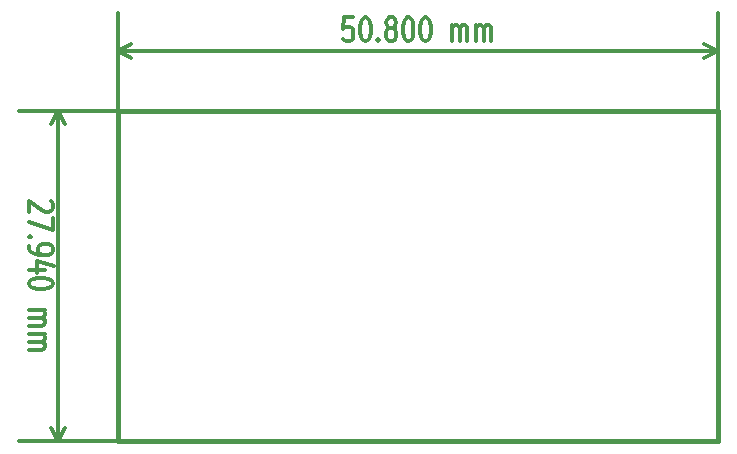
<source format=gbr>
G04 (created by PCBNEW-RS274X (2011-nov-30)-testing) date Wed 18 Jul 2012 12:41:25 AM CEST*
%MOIN*%
G04 Gerber Fmt 3.4, Leading zero omitted, Abs format*
%FSLAX34Y34*%
G01*
G70*
G90*
G04 APERTURE LIST*
%ADD10C,0.006*%
%ADD11C,0.012*%
%ADD12C,0.015*%
G04 APERTURE END LIST*
G54D10*
G54D11*
X-2739Y7485D02*
X-2701Y7456D01*
X-2663Y7399D01*
X-2663Y7256D01*
X-2701Y7199D01*
X-2739Y7170D01*
X-2815Y7142D01*
X-2891Y7142D01*
X-3006Y7170D01*
X-3463Y7513D01*
X-3463Y7142D01*
X-2663Y6942D02*
X-2663Y6542D01*
X-3463Y6799D01*
X-3387Y6314D02*
X-3425Y6286D01*
X-3463Y6314D01*
X-3425Y6343D01*
X-3387Y6314D01*
X-3463Y6314D01*
X-3463Y6000D02*
X-3463Y5885D01*
X-3425Y5828D01*
X-3387Y5800D01*
X-3272Y5742D01*
X-3120Y5714D01*
X-2815Y5714D01*
X-2739Y5742D01*
X-2701Y5771D01*
X-2663Y5828D01*
X-2663Y5942D01*
X-2701Y6000D01*
X-2739Y6028D01*
X-2815Y6057D01*
X-3006Y6057D01*
X-3082Y6028D01*
X-3120Y6000D01*
X-3158Y5942D01*
X-3158Y5828D01*
X-3120Y5771D01*
X-3082Y5742D01*
X-3006Y5714D01*
X-2929Y5200D02*
X-3463Y5200D01*
X-2625Y5343D02*
X-3196Y5486D01*
X-3196Y5114D01*
X-2663Y4772D02*
X-2663Y4715D01*
X-2701Y4658D01*
X-2739Y4629D01*
X-2815Y4600D01*
X-2968Y4572D01*
X-3158Y4572D01*
X-3310Y4600D01*
X-3387Y4629D01*
X-3425Y4658D01*
X-3463Y4715D01*
X-3463Y4772D01*
X-3425Y4829D01*
X-3387Y4858D01*
X-3310Y4886D01*
X-3158Y4915D01*
X-2968Y4915D01*
X-2815Y4886D01*
X-2739Y4858D01*
X-2701Y4829D01*
X-2663Y4772D01*
X-3463Y3858D02*
X-2929Y3858D01*
X-3006Y3858D02*
X-2968Y3830D01*
X-2929Y3772D01*
X-2929Y3687D01*
X-2968Y3630D01*
X-3044Y3601D01*
X-3463Y3601D01*
X-3044Y3601D02*
X-2968Y3572D01*
X-2929Y3515D01*
X-2929Y3430D01*
X-2968Y3372D01*
X-3044Y3344D01*
X-3463Y3344D01*
X-3463Y3058D02*
X-2929Y3058D01*
X-3006Y3058D02*
X-2968Y3030D01*
X-2929Y2972D01*
X-2929Y2887D01*
X-2968Y2830D01*
X-3044Y2801D01*
X-3463Y2801D01*
X-3044Y2801D02*
X-2968Y2772D01*
X-2929Y2715D01*
X-2929Y2630D01*
X-2968Y2572D01*
X-3044Y2544D01*
X-3463Y2544D01*
X-2499Y10500D02*
X-2499Y-500D01*
X-500Y10500D02*
X-3779Y10500D01*
X-500Y-500D02*
X-3779Y-500D01*
X-2499Y-500D02*
X-2729Y-57D01*
X-2499Y-500D02*
X-2269Y-57D01*
X-2499Y10500D02*
X-2729Y10057D01*
X-2499Y10500D02*
X-2269Y10057D01*
X7330Y13615D02*
X7044Y13615D01*
X7015Y13234D01*
X7044Y13272D01*
X7101Y13310D01*
X7244Y13310D01*
X7301Y13272D01*
X7330Y13234D01*
X7358Y13158D01*
X7358Y12968D01*
X7330Y12891D01*
X7301Y12853D01*
X7244Y12815D01*
X7101Y12815D01*
X7044Y12853D01*
X7015Y12891D01*
X7729Y13615D02*
X7786Y13615D01*
X7843Y13577D01*
X7872Y13539D01*
X7901Y13463D01*
X7929Y13310D01*
X7929Y13120D01*
X7901Y12968D01*
X7872Y12891D01*
X7843Y12853D01*
X7786Y12815D01*
X7729Y12815D01*
X7672Y12853D01*
X7643Y12891D01*
X7615Y12968D01*
X7586Y13120D01*
X7586Y13310D01*
X7615Y13463D01*
X7643Y13539D01*
X7672Y13577D01*
X7729Y13615D01*
X8186Y12891D02*
X8214Y12853D01*
X8186Y12815D01*
X8157Y12853D01*
X8186Y12891D01*
X8186Y12815D01*
X8558Y13272D02*
X8500Y13310D01*
X8472Y13349D01*
X8443Y13425D01*
X8443Y13463D01*
X8472Y13539D01*
X8500Y13577D01*
X8558Y13615D01*
X8672Y13615D01*
X8729Y13577D01*
X8758Y13539D01*
X8786Y13463D01*
X8786Y13425D01*
X8758Y13349D01*
X8729Y13310D01*
X8672Y13272D01*
X8558Y13272D01*
X8500Y13234D01*
X8472Y13196D01*
X8443Y13120D01*
X8443Y12968D01*
X8472Y12891D01*
X8500Y12853D01*
X8558Y12815D01*
X8672Y12815D01*
X8729Y12853D01*
X8758Y12891D01*
X8786Y12968D01*
X8786Y13120D01*
X8758Y13196D01*
X8729Y13234D01*
X8672Y13272D01*
X9157Y13615D02*
X9214Y13615D01*
X9271Y13577D01*
X9300Y13539D01*
X9329Y13463D01*
X9357Y13310D01*
X9357Y13120D01*
X9329Y12968D01*
X9300Y12891D01*
X9271Y12853D01*
X9214Y12815D01*
X9157Y12815D01*
X9100Y12853D01*
X9071Y12891D01*
X9043Y12968D01*
X9014Y13120D01*
X9014Y13310D01*
X9043Y13463D01*
X9071Y13539D01*
X9100Y13577D01*
X9157Y13615D01*
X9728Y13615D02*
X9785Y13615D01*
X9842Y13577D01*
X9871Y13539D01*
X9900Y13463D01*
X9928Y13310D01*
X9928Y13120D01*
X9900Y12968D01*
X9871Y12891D01*
X9842Y12853D01*
X9785Y12815D01*
X9728Y12815D01*
X9671Y12853D01*
X9642Y12891D01*
X9614Y12968D01*
X9585Y13120D01*
X9585Y13310D01*
X9614Y13463D01*
X9642Y13539D01*
X9671Y13577D01*
X9728Y13615D01*
X10642Y12815D02*
X10642Y13349D01*
X10642Y13272D02*
X10670Y13310D01*
X10728Y13349D01*
X10813Y13349D01*
X10870Y13310D01*
X10899Y13234D01*
X10899Y12815D01*
X10899Y13234D02*
X10928Y13310D01*
X10985Y13349D01*
X11070Y13349D01*
X11128Y13310D01*
X11156Y13234D01*
X11156Y12815D01*
X11442Y12815D02*
X11442Y13349D01*
X11442Y13272D02*
X11470Y13310D01*
X11528Y13349D01*
X11613Y13349D01*
X11670Y13310D01*
X11699Y13234D01*
X11699Y12815D01*
X11699Y13234D02*
X11728Y13310D01*
X11785Y13349D01*
X11870Y13349D01*
X11928Y13310D01*
X11956Y13234D01*
X11956Y12815D01*
X19500Y12499D02*
X-500Y12499D01*
X19500Y10500D02*
X19500Y13779D01*
X-500Y10500D02*
X-500Y13779D01*
X-500Y12499D02*
X-57Y12729D01*
X-500Y12499D02*
X-57Y12269D01*
X19500Y12499D02*
X19057Y12729D01*
X19500Y12499D02*
X19057Y12269D01*
G54D12*
X-500Y-500D02*
X-500Y10500D01*
X19500Y-500D02*
X-500Y-500D01*
X19500Y10500D02*
X19500Y-500D01*
X-500Y10500D02*
X19500Y10500D01*
M02*

</source>
